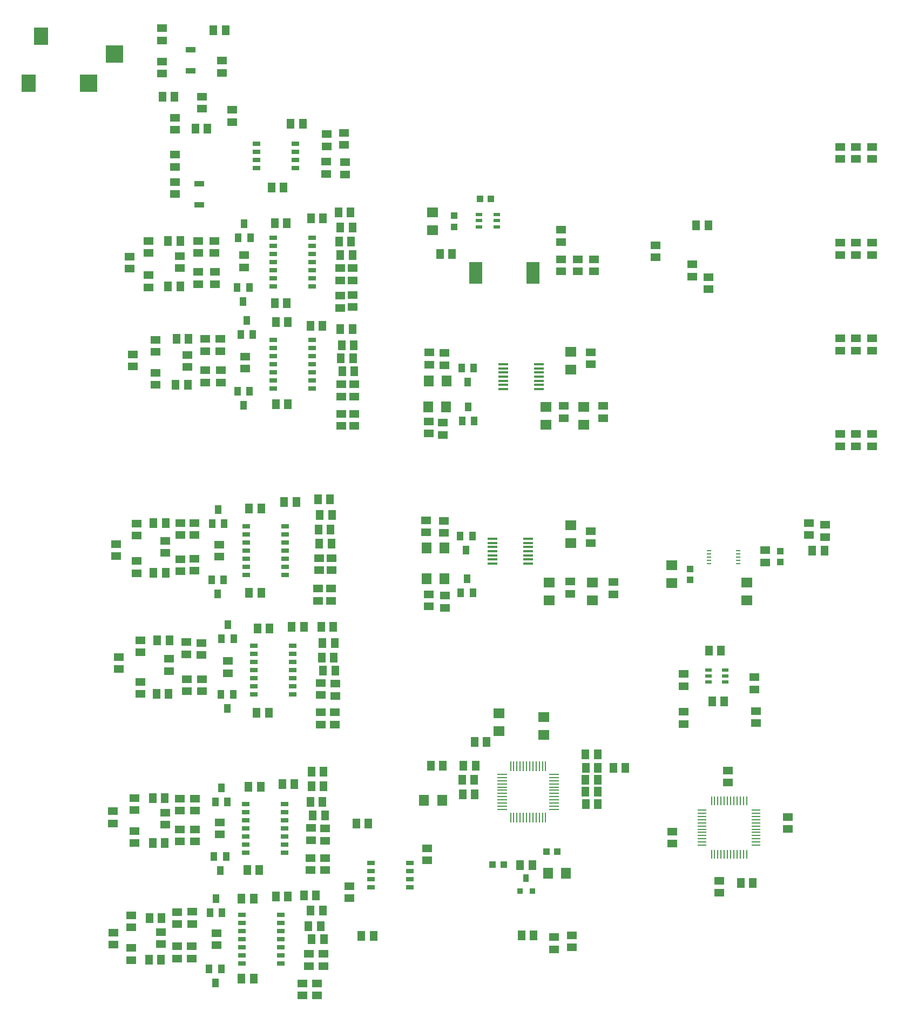
<source format=gtp>
G04*
G04 #@! TF.GenerationSoftware,Altium Limited,Altium Designer,20.0.13 (296)*
G04*
G04 Layer_Color=8421504*
%FSLAX44Y44*%
%MOMM*%
G71*
G01*
G75*
%ADD19R,0.9144X1.2700*%
%ADD20R,0.9144X0.9144*%
%ADD21O,1.6000X0.4000*%
%ADD22R,0.2500X1.4000*%
%ADD23O,0.2500X1.4000*%
%ADD24O,1.4000X0.2500*%
%ADD25O,0.2500X1.5500*%
%ADD26O,1.5500X0.2500*%
%ADD27R,1.3000X1.5000*%
%ADD28R,1.1000X0.6000*%
%ADD29R,1.5000X1.3000*%
%ADD30R,1.0000X1.1000*%
%ADD31R,1.8000X1.6000*%
%ADD32R,1.1000X1.0000*%
%ADD33R,1.6000X1.8000*%
%ADD34R,1.0000X1.4000*%
%ADD35R,1.1000X0.6000*%
%ADD36R,2.0000X3.5000*%
%ADD37R,1.2700X0.7200*%
%ADD38R,1.6000X0.9000*%
%ADD39R,2.2000X2.8000*%
%ADD40R,2.8000X2.8000*%
%ADD41R,2.8000X2.8000*%
%ADD42R,0.7500X0.2500*%
D19*
X807000Y217500D02*
D03*
D20*
X816398Y197180D02*
D03*
X797348D02*
D03*
D21*
X770750Y1023000D02*
D03*
Y1016500D02*
D03*
Y1010000D02*
D03*
Y1003500D02*
D03*
Y997000D02*
D03*
Y990500D02*
D03*
Y984000D02*
D03*
X826750Y1023000D02*
D03*
Y1016500D02*
D03*
Y1010000D02*
D03*
Y1003500D02*
D03*
Y997000D02*
D03*
Y990500D02*
D03*
Y984000D02*
D03*
X810000Y710500D02*
D03*
Y717000D02*
D03*
Y723500D02*
D03*
Y730000D02*
D03*
Y736500D02*
D03*
Y743000D02*
D03*
Y749500D02*
D03*
X754000Y710500D02*
D03*
Y717000D02*
D03*
Y723500D02*
D03*
Y730000D02*
D03*
Y736500D02*
D03*
Y743000D02*
D03*
Y749500D02*
D03*
D22*
X1152500Y339000D02*
D03*
D23*
X1147500D02*
D03*
X1142500D02*
D03*
X1137500D02*
D03*
X1132500D02*
D03*
X1127500D02*
D03*
X1122500D02*
D03*
X1117500D02*
D03*
X1112500D02*
D03*
X1107500D02*
D03*
X1102500D02*
D03*
X1097500D02*
D03*
Y255000D02*
D03*
X1102500D02*
D03*
X1107500D02*
D03*
X1112500D02*
D03*
X1117500D02*
D03*
X1122500D02*
D03*
X1127500D02*
D03*
X1132500D02*
D03*
X1137500D02*
D03*
X1142500D02*
D03*
X1147500D02*
D03*
X1152500D02*
D03*
D24*
X1083000Y324500D02*
D03*
Y319500D02*
D03*
Y314500D02*
D03*
Y309500D02*
D03*
Y304500D02*
D03*
Y299500D02*
D03*
Y294500D02*
D03*
Y289500D02*
D03*
Y284500D02*
D03*
Y279500D02*
D03*
Y274500D02*
D03*
Y269500D02*
D03*
X1167000D02*
D03*
Y274500D02*
D03*
Y279500D02*
D03*
Y284500D02*
D03*
Y289500D02*
D03*
Y294500D02*
D03*
Y299500D02*
D03*
Y304500D02*
D03*
Y309500D02*
D03*
Y314500D02*
D03*
Y319500D02*
D03*
Y324500D02*
D03*
D25*
X782500Y393250D02*
D03*
X787500D02*
D03*
X792500D02*
D03*
X797500D02*
D03*
X802500D02*
D03*
X807500D02*
D03*
X812500D02*
D03*
X817500D02*
D03*
X822500D02*
D03*
X827500D02*
D03*
X832500D02*
D03*
X837500D02*
D03*
Y312750D02*
D03*
X832500D02*
D03*
X827500D02*
D03*
X822500D02*
D03*
X817500D02*
D03*
X812500D02*
D03*
X807500D02*
D03*
X802500D02*
D03*
X797500D02*
D03*
X792500D02*
D03*
X787500D02*
D03*
X782500D02*
D03*
D26*
X850250Y380500D02*
D03*
Y375500D02*
D03*
Y370500D02*
D03*
Y365500D02*
D03*
Y360500D02*
D03*
Y355500D02*
D03*
Y350500D02*
D03*
Y345500D02*
D03*
Y340500D02*
D03*
Y335500D02*
D03*
Y330500D02*
D03*
Y325500D02*
D03*
X769750D02*
D03*
Y330500D02*
D03*
Y335500D02*
D03*
Y340500D02*
D03*
Y345500D02*
D03*
Y350500D02*
D03*
Y355500D02*
D03*
Y360500D02*
D03*
Y365500D02*
D03*
Y370500D02*
D03*
Y375500D02*
D03*
Y380500D02*
D03*
D27*
X1112500Y574000D02*
D03*
X1093500D02*
D03*
X1117500Y495000D02*
D03*
X1098500D02*
D03*
X1143500Y210250D02*
D03*
X1162500D02*
D03*
X1274500Y731000D02*
D03*
X1255500D02*
D03*
X816500Y238250D02*
D03*
X797500D02*
D03*
X900000Y412000D02*
D03*
X919000D02*
D03*
X919500Y391000D02*
D03*
X900500D02*
D03*
X919500Y334000D02*
D03*
X900500D02*
D03*
X919000Y353000D02*
D03*
X900000D02*
D03*
X962500Y391000D02*
D03*
X943500D02*
D03*
X919000Y372000D02*
D03*
X900000D02*
D03*
X726500Y349000D02*
D03*
X707500D02*
D03*
X725500Y372000D02*
D03*
X706500D02*
D03*
X1073500Y1241000D02*
D03*
X1092500D02*
D03*
X690750Y1196000D02*
D03*
X671750D02*
D03*
X426500Y1299750D02*
D03*
X407500D02*
D03*
X335500Y1546000D02*
D03*
X316500D02*
D03*
X307500Y1392000D02*
D03*
X288500D02*
D03*
X534500Y1194000D02*
D03*
X515500D02*
D03*
X513500Y1215000D02*
D03*
X532500D02*
D03*
X534500Y1237000D02*
D03*
X515500D02*
D03*
X512500Y1261000D02*
D03*
X531500D02*
D03*
X469500Y1252000D02*
D03*
X488500D02*
D03*
X431500Y1244000D02*
D03*
X412500D02*
D03*
X431500Y1119000D02*
D03*
X412500D02*
D03*
X264500Y1216000D02*
D03*
X245500D02*
D03*
X264500Y1145000D02*
D03*
X245500D02*
D03*
X537500Y1012000D02*
D03*
X518500D02*
D03*
X516500Y1032000D02*
D03*
X535500D02*
D03*
X536500Y1053000D02*
D03*
X517500D02*
D03*
X515500Y1078000D02*
D03*
X534500D02*
D03*
X468500Y1083000D02*
D03*
X487500D02*
D03*
X433500Y1089000D02*
D03*
X414500D02*
D03*
X433500Y960000D02*
D03*
X414500D02*
D03*
X277500Y1063000D02*
D03*
X258500D02*
D03*
X276500Y991000D02*
D03*
X257500D02*
D03*
X501500Y742000D02*
D03*
X482500D02*
D03*
X481500Y764000D02*
D03*
X500500D02*
D03*
X502500Y787000D02*
D03*
X483500D02*
D03*
X480500Y811000D02*
D03*
X499500D02*
D03*
X427500Y807000D02*
D03*
X446500D02*
D03*
X391500Y797000D02*
D03*
X372500D02*
D03*
X391500Y665000D02*
D03*
X372500D02*
D03*
X241500Y774000D02*
D03*
X222500D02*
D03*
X241500Y696000D02*
D03*
X222500D02*
D03*
X507500Y543000D02*
D03*
X488500D02*
D03*
X486500Y563000D02*
D03*
X505500D02*
D03*
X506500Y586000D02*
D03*
X487500D02*
D03*
X485500Y612000D02*
D03*
X504500D02*
D03*
X439500D02*
D03*
X458500D02*
D03*
X404500Y609000D02*
D03*
X385500D02*
D03*
X403500Y477000D02*
D03*
X384500D02*
D03*
X246500Y507000D02*
D03*
X227500D02*
D03*
X247500Y590000D02*
D03*
X228500D02*
D03*
X491500Y316000D02*
D03*
X472500D02*
D03*
X567500Y127000D02*
D03*
X548500D02*
D03*
X559500Y303000D02*
D03*
X540500D02*
D03*
X468500Y337000D02*
D03*
X487500D02*
D03*
X489500Y362000D02*
D03*
X470500D02*
D03*
X470500Y385000D02*
D03*
X489500D02*
D03*
X424500Y365000D02*
D03*
X443500D02*
D03*
X390500Y361000D02*
D03*
X371500D02*
D03*
X388500Y231000D02*
D03*
X369500D02*
D03*
X240500Y273000D02*
D03*
X221500D02*
D03*
X240500Y343000D02*
D03*
X221500D02*
D03*
X489750Y122000D02*
D03*
X470750D02*
D03*
X465750Y142500D02*
D03*
X484750D02*
D03*
X488000Y167250D02*
D03*
X469000D02*
D03*
X458500Y191000D02*
D03*
X477500D02*
D03*
X414500Y189000D02*
D03*
X433500D02*
D03*
X379500Y186000D02*
D03*
X360500D02*
D03*
X379500Y60000D02*
D03*
X360500D02*
D03*
X234500Y90000D02*
D03*
X215500D02*
D03*
X235500Y155000D02*
D03*
X216500D02*
D03*
X456750Y1400250D02*
D03*
X437750D02*
D03*
X255500Y1442000D02*
D03*
X236500D02*
D03*
X818500Y128000D02*
D03*
X799500D02*
D03*
X726000Y431000D02*
D03*
X745000D02*
D03*
X657500Y394000D02*
D03*
X676500D02*
D03*
X708500D02*
D03*
X727500D02*
D03*
D28*
X1119000Y525000D02*
D03*
Y534500D02*
D03*
Y544000D02*
D03*
X1093000Y525000D02*
D03*
Y534500D02*
D03*
Y544000D02*
D03*
D29*
X1165000Y532500D02*
D03*
Y513500D02*
D03*
X1167000Y460500D02*
D03*
Y479500D02*
D03*
X1054000Y459500D02*
D03*
Y478500D02*
D03*
X1109500Y194750D02*
D03*
Y213750D02*
D03*
X1276000Y752500D02*
D03*
Y771500D02*
D03*
X1250000Y774500D02*
D03*
Y755500D02*
D03*
X1182000Y731500D02*
D03*
Y712500D02*
D03*
X908000Y742500D02*
D03*
Y761500D02*
D03*
X944000Y681500D02*
D03*
Y662500D02*
D03*
X876000Y682500D02*
D03*
Y663500D02*
D03*
X680000Y641500D02*
D03*
Y660500D02*
D03*
X654000Y662500D02*
D03*
Y643500D02*
D03*
X908500Y1022750D02*
D03*
Y1041750D02*
D03*
X928000Y957500D02*
D03*
Y938500D02*
D03*
X866000Y957500D02*
D03*
Y938500D02*
D03*
X679000Y1021500D02*
D03*
Y1040500D02*
D03*
X655000Y1022500D02*
D03*
Y1041500D02*
D03*
X676000Y912500D02*
D03*
Y931500D02*
D03*
X654000Y933500D02*
D03*
Y914500D02*
D03*
X1093000Y1159500D02*
D03*
Y1140500D02*
D03*
X1067000Y1179500D02*
D03*
Y1160500D02*
D03*
X1010000Y1209500D02*
D03*
Y1190500D02*
D03*
X913000Y1168500D02*
D03*
Y1187500D02*
D03*
X888000Y1168500D02*
D03*
Y1187500D02*
D03*
X862000Y1168500D02*
D03*
Y1187500D02*
D03*
X523000Y1320500D02*
D03*
Y1339500D02*
D03*
X493000Y1340500D02*
D03*
Y1321500D02*
D03*
X330000Y1498500D02*
D03*
Y1479500D02*
D03*
X236000Y1549500D02*
D03*
Y1530500D02*
D03*
Y1497500D02*
D03*
Y1478500D02*
D03*
X346000Y1421500D02*
D03*
Y1402500D02*
D03*
X299000Y1442500D02*
D03*
Y1423500D02*
D03*
X256000Y1409500D02*
D03*
Y1390500D02*
D03*
X256000Y1289500D02*
D03*
Y1308500D02*
D03*
X535000Y1112500D02*
D03*
Y1131500D02*
D03*
X515000Y1111500D02*
D03*
Y1130500D02*
D03*
X535000Y1173500D02*
D03*
Y1154500D02*
D03*
X515000Y1173500D02*
D03*
Y1154500D02*
D03*
X364250Y1194000D02*
D03*
Y1175000D02*
D03*
X319000Y1167500D02*
D03*
Y1148500D02*
D03*
X318000Y1216500D02*
D03*
Y1197500D02*
D03*
X293000Y1216500D02*
D03*
Y1197500D02*
D03*
Y1167500D02*
D03*
Y1148500D02*
D03*
X264000Y1192500D02*
D03*
Y1173500D02*
D03*
X215000Y1216500D02*
D03*
Y1197500D02*
D03*
Y1143500D02*
D03*
Y1162500D02*
D03*
X185000Y1191500D02*
D03*
Y1172500D02*
D03*
X537000Y926500D02*
D03*
Y945500D02*
D03*
X517000Y926500D02*
D03*
Y945500D02*
D03*
X537000Y991500D02*
D03*
Y972500D02*
D03*
X517000Y991500D02*
D03*
Y972500D02*
D03*
X366000Y1035000D02*
D03*
Y1016000D02*
D03*
X327000Y1062500D02*
D03*
Y1043500D02*
D03*
X304000Y1062500D02*
D03*
Y1043500D02*
D03*
X328000Y1013500D02*
D03*
Y994500D02*
D03*
X304000Y1013500D02*
D03*
Y994500D02*
D03*
X276000Y1037500D02*
D03*
Y1018500D02*
D03*
X226000Y1061500D02*
D03*
Y1042500D02*
D03*
Y990500D02*
D03*
Y1009500D02*
D03*
X190000Y1038500D02*
D03*
Y1019500D02*
D03*
X501000Y652500D02*
D03*
Y671500D02*
D03*
X481000Y652500D02*
D03*
Y671500D02*
D03*
X502000Y719500D02*
D03*
Y700500D02*
D03*
X482000Y719500D02*
D03*
Y700500D02*
D03*
X325750Y740500D02*
D03*
Y721500D02*
D03*
X287000Y718500D02*
D03*
Y699500D02*
D03*
X265000Y717500D02*
D03*
Y698500D02*
D03*
X287000Y774500D02*
D03*
Y755500D02*
D03*
X265000Y774500D02*
D03*
Y755500D02*
D03*
X241000Y746500D02*
D03*
Y727500D02*
D03*
X196000Y695500D02*
D03*
Y714500D02*
D03*
Y773500D02*
D03*
Y754500D02*
D03*
X164000Y741500D02*
D03*
Y722500D02*
D03*
X485000Y458500D02*
D03*
Y477500D02*
D03*
X507000Y458500D02*
D03*
Y477500D02*
D03*
X508000Y522500D02*
D03*
Y503500D02*
D03*
X485000Y523500D02*
D03*
Y504500D02*
D03*
X339500Y558000D02*
D03*
Y539000D02*
D03*
X299000Y529500D02*
D03*
Y510500D02*
D03*
X275000Y529500D02*
D03*
Y510500D02*
D03*
X298000Y586500D02*
D03*
Y567500D02*
D03*
X274000Y587500D02*
D03*
Y568500D02*
D03*
X247000Y561500D02*
D03*
Y542500D02*
D03*
X202000Y590500D02*
D03*
Y571500D02*
D03*
Y506500D02*
D03*
Y525500D02*
D03*
X168000Y564500D02*
D03*
Y545500D02*
D03*
X652000Y245500D02*
D03*
Y264500D02*
D03*
X529750Y186500D02*
D03*
Y205500D02*
D03*
X469000Y230500D02*
D03*
Y249500D02*
D03*
X492000Y230500D02*
D03*
Y249500D02*
D03*
X470000Y296500D02*
D03*
Y277500D02*
D03*
X492000Y295500D02*
D03*
Y276500D02*
D03*
X326500Y305250D02*
D03*
Y286250D02*
D03*
X288000Y342500D02*
D03*
Y323500D02*
D03*
X264000Y342500D02*
D03*
Y323500D02*
D03*
X288000Y294500D02*
D03*
Y275500D02*
D03*
X264000Y294500D02*
D03*
Y275500D02*
D03*
X241000Y320500D02*
D03*
Y301500D02*
D03*
X193000Y272500D02*
D03*
Y291500D02*
D03*
Y343500D02*
D03*
Y324500D02*
D03*
X159000Y322500D02*
D03*
Y303500D02*
D03*
X456000Y34000D02*
D03*
Y53000D02*
D03*
X479000Y34000D02*
D03*
Y53000D02*
D03*
X466500Y99000D02*
D03*
Y80000D02*
D03*
X489500Y99000D02*
D03*
Y80000D02*
D03*
X321500Y131750D02*
D03*
Y112750D02*
D03*
X282500Y111000D02*
D03*
Y92000D02*
D03*
X283000Y165000D02*
D03*
Y146000D02*
D03*
X260000Y111000D02*
D03*
Y92000D02*
D03*
X259500Y164500D02*
D03*
Y145500D02*
D03*
X234000Y133500D02*
D03*
Y114500D02*
D03*
X188000Y159500D02*
D03*
Y140500D02*
D03*
Y89500D02*
D03*
Y108500D02*
D03*
X160000Y132500D02*
D03*
Y113500D02*
D03*
X1054000Y518500D02*
D03*
Y537500D02*
D03*
X1036250Y291000D02*
D03*
Y272000D02*
D03*
X1217250Y313750D02*
D03*
Y294750D02*
D03*
X256000Y1351500D02*
D03*
Y1332500D02*
D03*
X851000Y125500D02*
D03*
Y106500D02*
D03*
X879000Y109500D02*
D03*
Y128500D02*
D03*
X1123000Y386500D02*
D03*
Y367500D02*
D03*
X862000Y1233500D02*
D03*
Y1214500D02*
D03*
X494000Y1383500D02*
D03*
Y1364500D02*
D03*
X521000Y1366500D02*
D03*
Y1385500D02*
D03*
X678000Y777500D02*
D03*
Y758500D02*
D03*
X650000Y778500D02*
D03*
Y759500D02*
D03*
X1299000Y913500D02*
D03*
Y894500D02*
D03*
X1349000Y913500D02*
D03*
Y894500D02*
D03*
X1324000Y913500D02*
D03*
Y894500D02*
D03*
X1299000Y1063500D02*
D03*
Y1044500D02*
D03*
X1349000Y1063500D02*
D03*
Y1044500D02*
D03*
X1324000Y1063500D02*
D03*
Y1044500D02*
D03*
X1299000Y1213500D02*
D03*
Y1194500D02*
D03*
X1349000Y1213500D02*
D03*
Y1194500D02*
D03*
X1324000Y1213500D02*
D03*
Y1194500D02*
D03*
X1299000Y1363500D02*
D03*
Y1344500D02*
D03*
X1349000Y1363500D02*
D03*
Y1344500D02*
D03*
X1324000Y1363500D02*
D03*
Y1344500D02*
D03*
D30*
X1205000Y713500D02*
D03*
Y730500D02*
D03*
X1064000Y685500D02*
D03*
Y702500D02*
D03*
X694000Y1255500D02*
D03*
Y1238500D02*
D03*
D31*
X1153000Y653000D02*
D03*
Y681000D02*
D03*
X877000Y771000D02*
D03*
Y743000D02*
D03*
X911000Y653000D02*
D03*
Y681000D02*
D03*
X843000Y653000D02*
D03*
Y681000D02*
D03*
X876750Y1042750D02*
D03*
Y1014750D02*
D03*
X897000Y928000D02*
D03*
Y956000D02*
D03*
X838000Y928000D02*
D03*
Y956000D02*
D03*
X660000Y1233000D02*
D03*
Y1261000D02*
D03*
X834500Y442000D02*
D03*
Y470000D02*
D03*
X764250Y448500D02*
D03*
Y476500D02*
D03*
X1035000Y708000D02*
D03*
Y680000D02*
D03*
D32*
X771500Y239000D02*
D03*
X754500D02*
D03*
X838500Y259500D02*
D03*
X855500D02*
D03*
X734500Y1282000D02*
D03*
X751500D02*
D03*
D33*
X841000Y225500D02*
D03*
X869000D02*
D03*
X647000Y340000D02*
D03*
X675000D02*
D03*
X651000Y735000D02*
D03*
X679000D02*
D03*
X651000Y687000D02*
D03*
X679000D02*
D03*
X653000Y956000D02*
D03*
X681000D02*
D03*
X654000Y997000D02*
D03*
X682000D02*
D03*
D34*
X723500Y665000D02*
D03*
X704500D02*
D03*
X714000Y687000D02*
D03*
X725500Y934000D02*
D03*
X706500D02*
D03*
X716000Y956000D02*
D03*
X374500Y1221000D02*
D03*
X355500D02*
D03*
X365000Y1243000D02*
D03*
X353750Y1143000D02*
D03*
X372750D02*
D03*
X363250Y1121000D02*
D03*
X378500Y1070000D02*
D03*
X359500D02*
D03*
X369000Y1092000D02*
D03*
X354500Y981000D02*
D03*
X373500D02*
D03*
X364000Y959000D02*
D03*
X313750Y685000D02*
D03*
X332750D02*
D03*
X323250Y663000D02*
D03*
X328500Y506000D02*
D03*
X347500D02*
D03*
X338000Y484000D02*
D03*
X348500Y593000D02*
D03*
X329500D02*
D03*
X339000Y615000D02*
D03*
X317500Y252000D02*
D03*
X336500D02*
D03*
X327000Y230000D02*
D03*
X338500Y337000D02*
D03*
X319500D02*
D03*
X329000Y359000D02*
D03*
X310000Y76000D02*
D03*
X329000D02*
D03*
X319500Y54000D02*
D03*
X330000Y164000D02*
D03*
X311000D02*
D03*
X320500Y186000D02*
D03*
X324000Y795000D02*
D03*
X314500Y773000D02*
D03*
X333500D02*
D03*
X715000Y995000D02*
D03*
X724500Y1017000D02*
D03*
X705500D02*
D03*
X713000Y732000D02*
D03*
X722500Y754000D02*
D03*
X703500D02*
D03*
D35*
X761000Y1257500D02*
D03*
Y1248000D02*
D03*
Y1238500D02*
D03*
X733000D02*
D03*
Y1248000D02*
D03*
Y1257500D02*
D03*
D36*
X728000Y1166000D02*
D03*
X818000D02*
D03*
D37*
X384000Y1368400D02*
D03*
Y1355700D02*
D03*
Y1343000D02*
D03*
Y1330300D02*
D03*
X445000Y1368400D02*
D03*
Y1355700D02*
D03*
Y1343000D02*
D03*
Y1330300D02*
D03*
X471000Y1144900D02*
D03*
Y1157600D02*
D03*
Y1170300D02*
D03*
Y1183000D02*
D03*
Y1195700D02*
D03*
Y1208400D02*
D03*
Y1221100D02*
D03*
X410000Y1144900D02*
D03*
Y1157600D02*
D03*
Y1170300D02*
D03*
Y1183000D02*
D03*
Y1195700D02*
D03*
Y1208400D02*
D03*
Y1221100D02*
D03*
X471000Y985300D02*
D03*
Y998000D02*
D03*
Y1010700D02*
D03*
Y1023400D02*
D03*
Y1036100D02*
D03*
Y1048800D02*
D03*
Y1061500D02*
D03*
X410000Y985300D02*
D03*
Y998000D02*
D03*
Y1010700D02*
D03*
Y1023400D02*
D03*
Y1036100D02*
D03*
Y1048800D02*
D03*
Y1061500D02*
D03*
X429000Y692800D02*
D03*
Y705500D02*
D03*
Y718200D02*
D03*
Y730900D02*
D03*
Y743600D02*
D03*
Y756300D02*
D03*
Y769000D02*
D03*
X368000Y692800D02*
D03*
Y705500D02*
D03*
Y718200D02*
D03*
Y730900D02*
D03*
Y743600D02*
D03*
Y756300D02*
D03*
Y769000D02*
D03*
X441000Y505800D02*
D03*
Y518500D02*
D03*
Y531200D02*
D03*
Y543900D02*
D03*
Y556600D02*
D03*
Y569300D02*
D03*
Y582000D02*
D03*
X380000Y505800D02*
D03*
Y518500D02*
D03*
Y531200D02*
D03*
Y543900D02*
D03*
Y556600D02*
D03*
Y569300D02*
D03*
Y582000D02*
D03*
X564000Y241400D02*
D03*
Y228700D02*
D03*
Y216000D02*
D03*
Y203300D02*
D03*
X625000Y241400D02*
D03*
Y228700D02*
D03*
Y216000D02*
D03*
Y203300D02*
D03*
X428000Y257600D02*
D03*
Y270300D02*
D03*
Y283000D02*
D03*
Y295700D02*
D03*
Y308400D02*
D03*
Y321100D02*
D03*
Y333800D02*
D03*
X367000Y257600D02*
D03*
Y270300D02*
D03*
Y283000D02*
D03*
Y295700D02*
D03*
Y308400D02*
D03*
Y321100D02*
D03*
Y333800D02*
D03*
X422000Y83800D02*
D03*
Y96500D02*
D03*
Y109200D02*
D03*
Y121900D02*
D03*
Y134600D02*
D03*
Y147300D02*
D03*
Y160000D02*
D03*
X361000Y83800D02*
D03*
Y96500D02*
D03*
Y109200D02*
D03*
Y121900D02*
D03*
Y134600D02*
D03*
Y147300D02*
D03*
Y160000D02*
D03*
D38*
X281000Y1515500D02*
D03*
Y1482500D02*
D03*
X294000Y1305500D02*
D03*
Y1272500D02*
D03*
D39*
X26500Y1463000D02*
D03*
X46500Y1537000D02*
D03*
D40*
X120500Y1463000D02*
D03*
D41*
X161500Y1509000D02*
D03*
D42*
X1094000Y731000D02*
D03*
Y726000D02*
D03*
Y721000D02*
D03*
Y716000D02*
D03*
Y711000D02*
D03*
X1139000Y731000D02*
D03*
Y726000D02*
D03*
Y721000D02*
D03*
Y716000D02*
D03*
Y711000D02*
D03*
M02*

</source>
